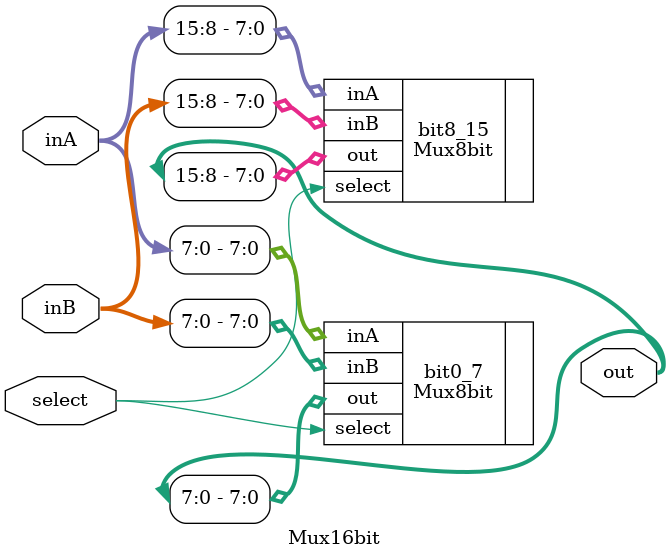
<source format=v>
`ifndef _MUX16BIT
`define _MUX16BIT
`include "Mux8bit.v"

module Mux16bit(out, select, inA, inB);
    output wire [15:0] out;
    input  wire select;
    input  wire [15:0] inA;
    input  wire [15:0] inB;    

    Mux8bit bit0_7(.out(out[7:0]), .select(select), .inA(inA[7:0]), .inB(inB[7:0]));
    Mux8bit bit8_15(.out(out[15:8]), .select(select), .inA(inA[15:8]), .inB(inB[15:8]));

endmodule
`endif

</source>
